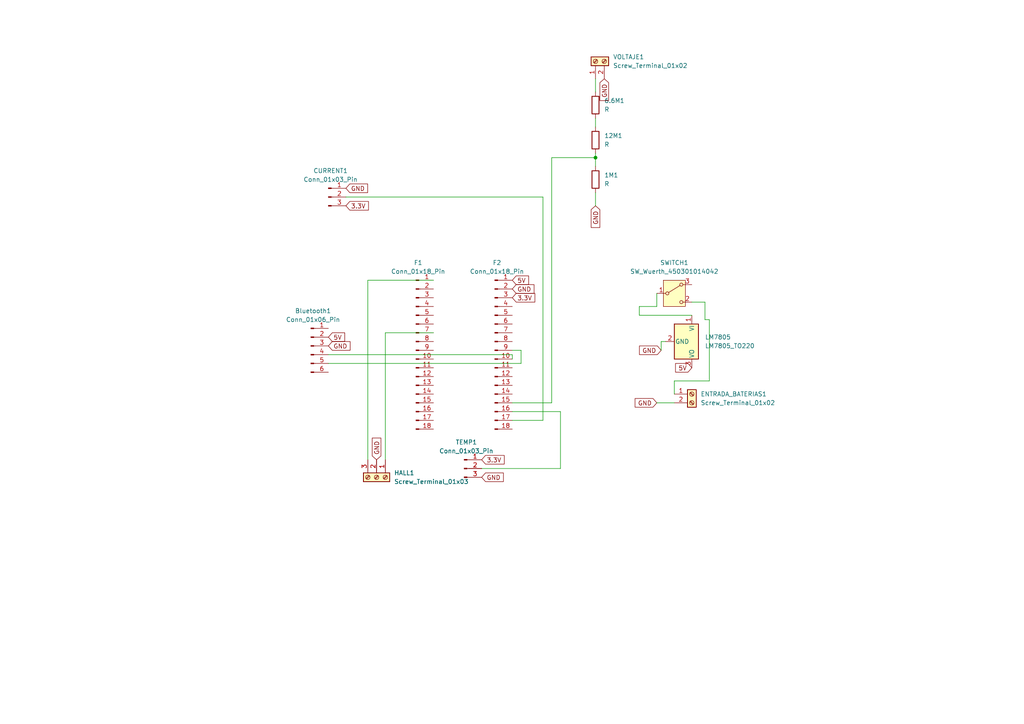
<source format=kicad_sch>
(kicad_sch (version 20231120) (generator "eeschema") (generator_version "8.0")
  (paper "A4")
  (lib_symbols
    (symbol "Connector:Conn_01x03_Pin" (pin_names (offset 1.016) hide)
      (property "Reference" "J" (at 0 5.08 0))
      (property "Value" "Conn_01x03_Pin" (at 0 -5.08 0))
      (symbol "Conn_01x03_Pin_1_1"
        (polyline (pts (xy 1.27 -2.54) (xy 0.8636 -2.54)) (stroke (width 0.1524)))
        (polyline (pts (xy 1.27 0) (xy 0.8636 0)) (stroke (width 0.1524)))
        (polyline (pts (xy 1.27 2.54) (xy 0.8636 2.54)) (stroke (width 0.1524)))
        (rectangle (start 0.8636 -2.413) (end 0 -2.667) (stroke (width 0.1524)) (fill (type outline)))
        (rectangle (start 0.8636 0.127) (end 0 -0.127) (stroke (width 0.1524)) (fill (type outline)))
        (rectangle (start 0.8636 2.667) (end 0 2.413) (stroke (width 0.1524)) (fill (type outline)))
        (pin passive line (at 5.08 2.54 180) (length 3.81) (name "Pin_1") (number "1"))
        (pin passive line (at 5.08 0 180) (length 3.81) (name "Pin_2") (number "2"))
        (pin passive line (at 5.08 -2.54 180) (length 3.81) (name "Pin_3") (number "3"))
      )
    )
    (symbol "Connector:Conn_01x06_Pin" (pin_names (offset 1.016) hide)
      (property "Reference" "J" (at 0 7.62 0))
      (property "Value" "Conn_01x06_Pin" (at 0 -10.16 0))
      (symbol "Conn_01x06_Pin_1_1"
        (polyline (pts (xy 1.27 -7.62) (xy 0.8636 -7.62)) (stroke (width 0.1524)))
        (polyline (pts (xy 1.27 -5.08) (xy 0.8636 -5.08)) (stroke (width 0.1524)))
        (polyline (pts (xy 1.27 -2.54) (xy 0.8636 -2.54)) (stroke (width 0.1524)))
        (polyline (pts (xy 1.27 0) (xy 0.8636 0)) (stroke (width 0.1524)))
        (polyline (pts (xy 1.27 2.54) (xy 0.8636 2.54)) (stroke (width 0.1524)))
        (polyline (pts (xy 1.27 5.08) (xy 0.8636 5.08)) (stroke (width 0.1524)))
        (rectangle (start 0.8636 -7.493) (end 0 -7.747) (stroke (width 0.1524)) (fill (type outline)))
        (rectangle (start 0.8636 -4.953) (end 0 -5.207) (stroke (width 0.1524)) (fill (type outline)))
        (rectangle (start 0.8636 -2.413) (end 0 -2.667) (stroke (width 0.1524)) (fill (type outline)))
        (rectangle (start 0.8636 0.127) (end 0 -0.127) (stroke (width 0.1524)) (fill (type outline)))
        (rectangle (start 0.8636 2.667) (end 0 2.413) (stroke (width 0.1524)) (fill (type outline)))
        (rectangle (start 0.8636 5.207) (end 0 4.953) (stroke (width 0.1524)) (fill (type outline)))
        (pin passive line (at 5.08 5.08 180) (length 3.81) (name "Pin_1") (number "1"))
        (pin passive line (at 5.08 2.54 180) (length 3.81) (name "Pin_2") (number "2"))
        (pin passive line (at 5.08 0 180) (length 3.81) (name "Pin_3") (number "3"))
        (pin passive line (at 5.08 -2.54 180) (length 3.81) (name "Pin_4") (number "4"))
        (pin passive line (at 5.08 -5.08 180) (length 3.81) (name "Pin_5") (number "5"))
        (pin passive line (at 5.08 -7.62 180) (length 3.81) (name "Pin_6") (number "6"))
      )
    )
    (symbol "Connector:Conn_01x18_Pin" (pin_names (offset 1.016) hide)
      (property "Reference" "J" (at 0 22.86 0))
      (property "Value" "Conn_01x18_Pin" (at 0 -25.4 0))
      (symbol "Conn_01x18_Pin_1_1"
        (polyline (pts (xy 1.27 -22.86) (xy 0.8636 -22.86)) (stroke (width 0.1524)))
        (polyline (pts (xy 1.27 -20.32) (xy 0.8636 -20.32)) (stroke (width 0.1524)))
        (polyline (pts (xy 1.27 -17.78) (xy 0.8636 -17.78)) (stroke (width 0.1524)))
        (polyline (pts (xy 1.27 -15.24) (xy 0.8636 -15.24)) (stroke (width 0.1524)))
        (polyline (pts (xy 1.27 -12.7) (xy 0.8636 -12.7)) (stroke (width 0.1524)))
        (polyline (pts (xy 1.27 -10.16) (xy 0.8636 -10.16)) (stroke (width 0.1524)))
        (polyline (pts (xy 1.27 -7.62) (xy 0.8636 -7.62)) (stroke (width 0.1524)))
        (polyline (pts (xy 1.27 -5.08) (xy 0.8636 -5.08)) (stroke (width 0.1524)))
        (polyline (pts (xy 1.27 -2.54) (xy 0.8636 -2.54)) (stroke (width 0.1524)))
        (polyline (pts (xy 1.27 0) (xy 0.8636 0)) (stroke (width 0.1524)))
        (polyline (pts (xy 1.27 2.54) (xy 0.8636 2.54)) (stroke (width 0.1524)))
        (polyline (pts (xy 1.27 5.08) (xy 0.8636 5.08)) (stroke (width 0.1524)))
        (polyline (pts (xy 1.27 7.62) (xy 0.8636 7.62)) (stroke (width 0.1524)))
        (polyline (pts (xy 1.27 10.16) (xy 0.8636 10.16)) (stroke (width 0.1524)))
        (polyline (pts (xy 1.27 12.7) (xy 0.8636 12.7)) (stroke (width 0.1524)))
        (polyline (pts (xy 1.27 15.24) (xy 0.8636 15.24)) (stroke (width 0.1524)))
        (polyline (pts (xy 1.27 17.78) (xy 0.8636 17.78)) (stroke (width 0.1524)))
        (polyline (pts (xy 1.27 20.32) (xy 0.8636 20.32)) (stroke (width 0.1524)))
        (rectangle (start 0.8636 -22.733) (end 0 -22.987) (stroke (width 0.1524)) (fill (type outline)))
        (rectangle (start 0.8636 -20.193) (end 0 -20.447) (stroke (width 0.1524)) (fill (type outline)))
        (rectangle (start 0.8636 -17.653) (end 0 -17.907) (stroke (width 0.1524)) (fill (type outline)))
        (rectangle (start 0.8636 -15.113) (end 0 -15.367) (stroke (width 0.1524)) (fill (type outline)))
        (rectangle (start 0.8636 -12.573) (end 0 -12.827) (stroke (width 0.1524)) (fill (type outline)))
        (rectangle (start 0.8636 -10.033) (end 0 -10.287) (stroke (width 0.1524)) (fill (type outline)))
        (rectangle (start 0.8636 -7.493) (end 0 -7.747) (stroke (width 0.1524)) (fill (type outline)))
        (rectangle (start 0.8636 -4.953) (end 0 -5.207) (stroke (width 0.1524)) (fill (type outline)))
        (rectangle (start 0.8636 -2.413) (end 0 -2.667) (stroke (width 0.1524)) (fill (type outline)))
        (rectangle (start 0.8636 0.127) (end 0 -0.127) (stroke (width 0.1524)) (fill (type outline)))
        (rectangle (start 0.8636 2.667) (end 0 2.413) (stroke (width 0.1524)) (fill (type outline)))
        (rectangle (start 0.8636 5.207) (end 0 4.953) (stroke (width 0.1524)) (fill (type outline)))
        (rectangle (start 0.8636 7.747) (end 0 7.493) (stroke (width 0.1524)) (fill (type outline)))
        (rectangle (start 0.8636 10.287) (end 0 10.033) (stroke (width 0.1524)) (fill (type outline)))
        (rectangle (start 0.8636 12.827) (end 0 12.573) (stroke (width 0.1524)) (fill (type outline)))
        (rectangle (start 0.8636 15.367) (end 0 15.113) (stroke (width 0.1524)) (fill (type outline)))
        (rectangle (start 0.8636 17.907) (end 0 17.653) (stroke (width 0.1524)) (fill (type outline)))
        (rectangle (start 0.8636 20.447) (end 0 20.193) (stroke (width 0.1524)) (fill (type outline)))
        (pin passive line (at 5.08 20.32 180) (length 3.81) (name "Pin_1") (number "1"))
        (pin passive line (at 5.08 -2.54 180) (length 3.81) (name "Pin_10") (number "10"))
        (pin passive line (at 5.08 -5.08 180) (length 3.81) (name "Pin_11") (number "11"))
        (pin passive line (at 5.08 -7.62 180) (length 3.81) (name "Pin_12") (number "12"))
        (pin passive line (at 5.08 -10.16 180) (length 3.81) (name "Pin_13") (number "13"))
        (pin passive line (at 5.08 -12.7 180) (length 3.81) (name "Pin_14") (number "14"))
        (pin passive line (at 5.08 -15.24 180) (length 3.81) (name "Pin_15") (number "15"))
        (pin passive line (at 5.08 -17.78 180) (length 3.81) (name "Pin_16") (number "16"))
        (pin passive line (at 5.08 -20.32 180) (length 3.81) (name "Pin_17") (number "17"))
        (pin passive line (at 5.08 -22.86 180) (length 3.81) (name "Pin_18") (number "18"))
        (pin passive line (at 5.08 17.78 180) (length 3.81) (name "Pin_2") (number "2"))
        (pin passive line (at 5.08 15.24 180) (length 3.81) (name "Pin_3") (number "3"))
        (pin passive line (at 5.08 12.7 180) (length 3.81) (name "Pin_4") (number "4"))
        (pin passive line (at 5.08 10.16 180) (length 3.81) (name "Pin_5") (number "5"))
        (pin passive line (at 5.08 7.62 180) (length 3.81) (name "Pin_6") (number "6"))
        (pin passive line (at 5.08 5.08 180) (length 3.81) (name "Pin_7") (number "7"))
        (pin passive line (at 5.08 2.54 180) (length 3.81) (name "Pin_8") (number "8"))
        (pin passive line (at 5.08 0 180) (length 3.81) (name "Pin_9") (number "9"))
      )
    )
    (symbol "Connector:Screw_Terminal_01x02" (pin_names (offset 1.016) hide)
      (property "Reference" "J" (at 0 2.54 0))
      (property "Value" "Screw_Terminal_01x02" (at 0 -5.08 0))
      (symbol "Screw_Terminal_01x02_1_1"
        (rectangle (start -1.27 1.27) (end 1.27 -3.81) (stroke (width 0.254)) (fill (type background)))
        (circle (center 0 -2.54) (radius 0.635) (stroke (width 0.1524)))
        (polyline (pts (xy -0.5334 -2.2098) (xy 0.3302 -3.048)) (stroke (width 0.1524)))
        (polyline (pts (xy -0.5334 0.3302) (xy 0.3302 -0.508)) (stroke (width 0.1524)))
        (polyline (pts (xy -0.3556 -2.032) (xy 0.508 -2.8702)) (stroke (width 0.1524)))
        (polyline (pts (xy -0.3556 0.508) (xy 0.508 -0.3302)) (stroke (width 0.1524)))
        (circle (center 0 0) (radius 0.635) (stroke (width 0.1524)))
        (pin passive line (at -5.08 0 0) (length 3.81) (name "Pin_1") (number "1"))
        (pin passive line (at -5.08 -2.54 0) (length 3.81) (name "Pin_2") (number "2"))
      )
    )
    (symbol "Connector:Screw_Terminal_01x03" (pin_names (offset 1.016) hide)
      (property "Reference" "J" (at 0 5.08 0))
      (property "Value" "Screw_Terminal_01x03" (at 0 -5.08 0))
      (symbol "Screw_Terminal_01x03_1_1"
        (rectangle (start -1.27 3.81) (end 1.27 -3.81) (stroke (width 0.254)) (fill (type background)))
        (circle (center 0 -2.54) (radius 0.635) (stroke (width 0.1524)))
        (polyline (pts (xy -0.5334 -2.2098) (xy 0.3302 -3.048)) (stroke (width 0.1524)))
        (polyline (pts (xy -0.5334 0.3302) (xy 0.3302 -0.508)) (stroke (width 0.1524)))
        (polyline (pts (xy -0.5334 2.8702) (xy 0.3302 2.032)) (stroke (width 0.1524)))
        (polyline (pts (xy -0.3556 -2.032) (xy 0.508 -2.8702)) (stroke (width 0.1524)))
        (polyline (pts (xy -0.3556 0.508) (xy 0.508 -0.3302)) (stroke (width 0.1524)))
        (polyline (pts (xy -0.3556 3.048) (xy 0.508 2.2098)) (stroke (width 0.1524)))
        (circle (center 0 0) (radius 0.635) (stroke (width 0.1524)))
        (circle (center 0 2.54) (radius 0.635) (stroke (width 0.1524)))
        (pin passive line (at -5.08 2.54 0) (length 3.81) (name "Pin_1") (number "1"))
        (pin passive line (at -5.08 0 0) (length 3.81) (name "Pin_2") (number "2"))
        (pin passive line (at -5.08 -2.54 0) (length 3.81) (name "Pin_3") (number "3"))
      )
    )
    (symbol "Device:R" (pin_numbers hide) (pin_names (offset 0))
      (property "Reference" "R" (at 2.032 0 90))
      (property "Value" "R" (at 0 0 90))
      (symbol "R_0_1"
        (rectangle (start -1.016 -2.54) (end 1.016 2.54) (stroke (width 0.254)))
      )
      (symbol "R_1_1"
        (pin passive line (at 0 3.81 270) (length 1.27) (name "~") (number "1"))
        (pin passive line (at 0 -3.81 90) (length 1.27) (name "~") (number "2"))
      )
    )
    (symbol "Regulator_Linear:LM7805_TO220" (pin_names (offset 0.254))
      (property "Reference" "U" (at -3.81 3.175 0))
      (property "Value" "LM7805_TO220" (at 0 3.175 0))
      (symbol "LM7805_TO220_0_1"
        (rectangle (start -5.08 1.905) (end 5.08 -5.08) (stroke (width 0.254)) (fill (type background)))
      )
      (symbol "LM7805_TO220_1_1"
        (pin power_in line (at -7.62 0 0) (length 2.54) (name "VI") (number "1"))
        (pin power_in line (at 0 -7.62 90) (length 2.54) (name "GND") (number "2"))
        (pin power_out line (at 7.62 0 180) (length 2.54) (name "VO") (number "3"))
      )
    )
    (symbol "Switch:SW_Wuerth_450301014042" (pin_names (offset 1) hide)
      (property "Reference" "SW" (at 0 5.08 0))
      (property "Value" "SW_Wuerth_450301014042" (at 0 -5.08 0))
      (symbol "SW_Wuerth_450301014042_0_1"
        (circle (center -2.032 0) (radius 0.4572))
        (polyline (pts (xy -1.651 0.254) (xy 1.651 2.286)))
        (circle (center 2.032 -2.54) (radius 0.4572))
        (circle (center 2.032 2.54) (radius 0.4572))
      )
      (symbol "SW_Wuerth_450301014042_1_1"
        (rectangle (start -3.175 3.81) (end 3.175 -3.81) (fill (type background)))
        (pin passive line (at -5.08 0 0) (length 2.54) (name "B") (number "1"))
        (pin passive line (at 5.08 -2.54 180) (length 2.54) (name "C") (number "2"))
        (pin passive line (at 5.08 2.54 180) (length 2.54) (name "A") (number "3"))
      )
    )
  )
  (junction (at 172.72 45.72))
  (wire (pts (xy 139.7 135.89) (xy 162.56 135.89)))
  (wire (pts (xy 205.74 92.71) (xy 204.47 92.71)))
  (wire (pts (xy 190.5 85.09) (xy 190.5 88.9)))
  (wire (pts (xy 205.74 92.71) (xy 205.74 110.49)))
  (wire (pts (xy 151.13 105.41) (xy 151.13 101.6)))
  (wire (pts (xy 195.58 110.49) (xy 205.74 110.49)))
  (wire (pts (xy 111.76 96.52) (xy 125.73 96.52)))
  (wire (pts (xy 160.02 116.84) (xy 160.02 45.72)))
  (wire (pts (xy 111.76 133.35) (xy 111.76 96.52)))
  (wire (pts (xy 100.33 57.15) (xy 157.48 57.15)))
  (wire (pts (xy 95.25 105.41) (xy 151.13 105.41)))
  (wire (pts (xy 157.48 121.92) (xy 148.59 121.92)))
  (wire (pts (xy 200.66 87.63) (xy 204.47 87.63)))
  (wire (pts (xy 148.59 116.84) (xy 160.02 116.84)))
  (wire (pts (xy 106.68 81.28) (xy 125.73 81.28)))
  (wire (pts (xy 185.42 91.44) (xy 185.42 88.9)))
  (wire (pts (xy 172.72 26.67) (xy 172.72 22.86)))
  (wire (pts (xy 191.77 99.06) (xy 191.77 101.6)))
  (wire (pts (xy 191.77 99.06) (xy 193.04 99.06)))
  (wire (pts (xy 195.58 110.49) (xy 195.58 114.3)))
  (wire (pts (xy 157.48 57.15) (xy 157.48 121.92)))
  (wire (pts (xy 162.56 135.89) (xy 162.56 119.38)))
  (wire (pts (xy 204.47 87.63) (xy 204.47 92.71)))
  (wire (pts (xy 160.02 45.72) (xy 172.72 45.72)))
  (wire (pts (xy 106.68 133.35) (xy 106.68 81.28)))
  (wire (pts (xy 151.13 101.6) (xy 148.59 101.6)))
  (wire (pts (xy 172.72 45.72) (xy 172.72 48.26)))
  (wire (pts (xy 185.42 88.9) (xy 190.5 88.9)))
  (wire (pts (xy 162.56 119.38) (xy 148.59 119.38)))
  (wire (pts (xy 190.5 116.84) (xy 195.58 116.84)))
  (wire (pts (xy 172.72 34.29) (xy 172.72 36.83)))
  (wire (pts (xy 95.25 102.87) (xy 148.59 102.87)))
  (wire (pts (xy 185.42 91.44) (xy 200.66 91.44)))
  (wire (pts (xy 148.59 102.87) (xy 148.59 104.14)))
  (wire (pts (xy 172.72 44.45) (xy 172.72 45.72)))
  (wire (pts (xy 172.72 55.88) (xy 172.72 59.69)))
  (global_label "GND" (shape input) (at 190.5 116.84 180) (property "Intersheetrefs" "${INTERSHEET_REFS}" (effects (hide yes))))
  (global_label "5V" (shape input) (at 200.66 106.68 180) (property "Intersheetrefs" "${INTERSHEET_REFS}" (effects (hide yes))))
  (global_label "5V" (shape input) (at 148.59 81.28 0) (property "Intersheetrefs" "${INTERSHEET_REFS}" (effects (hide yes))))
  (global_label "GND" (shape input) (at 172.72 59.69 270) (property "Intersheetrefs" "${INTERSHEET_REFS}" (effects (hide yes))))
  (global_label "GND" (shape input) (at 175.26 22.86 270) (property "Intersheetrefs" "${INTERSHEET_REFS}" (effects (hide yes))))
  (global_label "GND" (shape input) (at 100.33 54.61 0) (property "Intersheetrefs" "${INTERSHEET_REFS}" (effects (hide yes))))
  (global_label "3.3V" (shape input) (at 100.33 59.69 0) (property "Intersheetrefs" "${INTERSHEET_REFS}" (effects (hide yes))))
  (global_label "5V" (shape input) (at 95.25 97.79 0) (property "Intersheetrefs" "${INTERSHEET_REFS}" (effects (hide yes))))
  (global_label "3.3V" (shape input) (at 139.7 133.35 0) (property "Intersheetrefs" "${INTERSHEET_REFS}" (effects (hide yes))))
  (global_label "GND" (shape input) (at 109.22 133.35 90) (property "Intersheetrefs" "${INTERSHEET_REFS}" (effects (hide yes))))
  (global_label "GND" (shape input) (at 148.59 83.82 0) (property "Intersheetrefs" "${INTERSHEET_REFS}" (effects (hide yes))))
  (global_label "GND" (shape input) (at 139.7 138.43 0) (property "Intersheetrefs" "${INTERSHEET_REFS}" (effects (hide yes))))
  (global_label "GND" (shape input) (at 191.77 101.6 180) (property "Intersheetrefs" "${INTERSHEET_REFS}" (effects (hide yes))))
  (global_label "GND" (shape input) (at 95.25 100.33 0) (property "Intersheetrefs" "${INTERSHEET_REFS}" (effects (hide yes))))
  (global_label "3.3V" (shape input) (at 148.59 86.36 0) (property "Intersheetrefs" "${INTERSHEET_REFS}" (effects (hide yes))))
  (symbol (lib_id "Switch:SW_Wuerth_450301014042") (at 195.58 85.09 0) (unit 1)
    (property "Reference" "SWITCH1" (at 195.58 76.2 0))
    (property "Value" "SW_Wuerth_450301014042" (at 195.58 78.74 0))
    (property "Footprint" "Button_Switch_THT:SW_Slide-03_Wuerth-WS-SLTV_10x2.5x6.4_P2.54mm" (effects (hide yes)))
    (property "Datasheet" "https://www.we-online.com/components/products/datasheet/450301014042.pdf" (effects (hide yes)))
  )
  (symbol (lib_id "Connector:Conn_01x18_Pin") (at 120.65 101.6 0) (unit 1)
    (property "Reference" "F1" (at 121.285 76.2 0))
    (property "Value" "Conn_01x18_Pin" (at 121.285 78.74 0))
    (property "Footprint" "Connector_PinSocket_2.54mm:PinSocket_1x18_P2.54mm_Vertical" (effects (hide yes)))
  )
  (symbol (lib_id "Device:R") (at 172.72 30.48 0) (unit 1)
    (property "Reference" "6.6M1" (at 175.26 29.21 0) (effects (justify left)))
    (property "Value" "R" (at 175.26 31.75 0) (effects (justify left)))
    (property "Footprint" "Resistor_THT:R_Axial_DIN0207_L6.3mm_D2.5mm_P7.62mm_Horizontal" (effects (hide yes)))
  )
  (symbol (lib_id "Connector:Conn_01x06_Pin") (at 90.17 100.33 0) (unit 1)
    (property "Reference" "Bluetooth1" (at 90.805 90.17 0))
    (property "Value" "Conn_01x06_Pin" (at 90.805 92.71 0))
    (property "Footprint" "Connector_PinSocket_2.54mm:PinSocket_1x06_P2.54mm_Vertical" (effects (hide yes)))
  )
  (symbol (lib_id "Connector:Conn_01x18_Pin") (at 143.51 101.6 0) (unit 1)
    (property "Reference" "F2" (at 144.145 76.2 0))
    (property "Value" "Conn_01x18_Pin" (at 144.145 78.74 0))
    (property "Footprint" "Connector_PinSocket_2.54mm:PinSocket_1x18_P2.54mm_Vertical" (effects (hide yes)))
  )
  (symbol (lib_id "Device:R") (at 172.72 40.64 0) (unit 1)
    (property "Reference" "12M1" (at 175.26 39.37 0) (effects (justify left)))
    (property "Value" "R" (at 175.26 41.91 0) (effects (justify left)))
    (property "Footprint" "Resistor_THT:R_Axial_DIN0207_L6.3mm_D2.5mm_P7.62mm_Horizontal" (effects (hide yes)))
  )
  (symbol (lib_id "Connector:Screw_Terminal_01x02") (at 200.66 114.3 0) (unit 1)
    (property "Reference" "ENTRADA_BATERIAS1" (at 203.2 114.2999 0) (effects (justify left)))
    (property "Value" "Screw_Terminal_01x02" (at 203.2 116.8399 0) (effects (justify left)))
    (property "Footprint" "TerminalBlock:TerminalBlock_Altech_AK300-2_P5.00mm" (effects (hide yes)))
  )
  (symbol (lib_id "Connector:Conn_01x03_Pin") (at 134.62 135.89 0) (unit 1)
    (property "Reference" "TEMP1" (at 135.255 128.27 0))
    (property "Value" "Conn_01x03_Pin" (at 135.255 130.81 0))
    (property "Footprint" "Connector_PinSocket_2.54mm:PinSocket_1x03_P2.54mm_Vertical" (effects (hide yes)))
  )
  (symbol (lib_id "Connector:Screw_Terminal_01x03") (at 109.22 138.43 270) (unit 1)
    (property "Reference" "HALL1" (at 114.3 137.1599 90) (effects (justify left)))
    (property "Value" "Screw_Terminal_01x03" (at 114.3 139.6999 90) (effects (justify left)))
    (property "Footprint" "TerminalBlock:TerminalBlock_Altech_AK300-3_P5.00mm" (effects (hide yes)))
    (property "Description" "Generic screw terminal, single row, 01x03, script generated (kicad-library-utils/schlib/autogen/connector/)" (effects (hide yes)))
  )
  (symbol (lib_id "Connector:Conn_01x03_Pin") (at 95.25 57.15 0) (unit 1)
    (property "Reference" "CURRENT1" (at 95.885 49.53 0))
    (property "Value" "Conn_01x03_Pin" (at 95.885 52.07 0))
    (property "Footprint" "Connector_PinSocket_2.54mm:PinSocket_1x03_P2.54mm_Vertical" (effects (hide yes)))
  )
  (symbol (lib_id "Regulator_Linear:LM7805_TO220") (at 200.66 99.06 270) (unit 1)
    (property "Reference" "LM7805" (at 204.47 97.7899 90) (effects (justify left)))
    (property "Value" "LM7805_TO220" (at 204.47 100.3299 90) (effects (justify left)))
    (property "Footprint" "Package_TO_SOT_THT:TO-220-3_Vertical" (effects (hide yes)))
    (property "Datasheet" "https://www.onsemi.cn/PowerSolutions/document/MC7800-D.PDF" (effects (hide yes)))
  )
  (symbol (lib_id "Connector:Screw_Terminal_01x02") (at 172.72 17.78 90) (unit 1)
    (property "Reference" "VOLTAJE1" (at 177.8 16.5099 90) (effects (justify right)))
    (property "Value" "Screw_Terminal_01x02" (at 177.8 19.0499 90) (effects (justify right)))
    (property "Footprint" "TerminalBlock:TerminalBlock_Altech_AK300-2_P5.00mm" (effects (hide yes)))
    (property "Description" "Generic screw terminal, single row, 01x02, script generated (kicad-library-utils/schlib/autogen/connector/)" (effects (hide yes)))
  )
  (symbol (lib_id "Device:R") (at 172.72 52.07 0) (unit 1)
    (property "Reference" "1M1" (at 175.26 50.8 0) (effects (justify left)))
    (property "Value" "R" (at 175.26 53.34 0) (effects (justify left)))
    (property "Footprint" "Resistor_THT:R_Axial_DIN0207_L6.3mm_D2.5mm_P7.62mm_Horizontal" (effects (hide yes)))
  )
)
</source>
